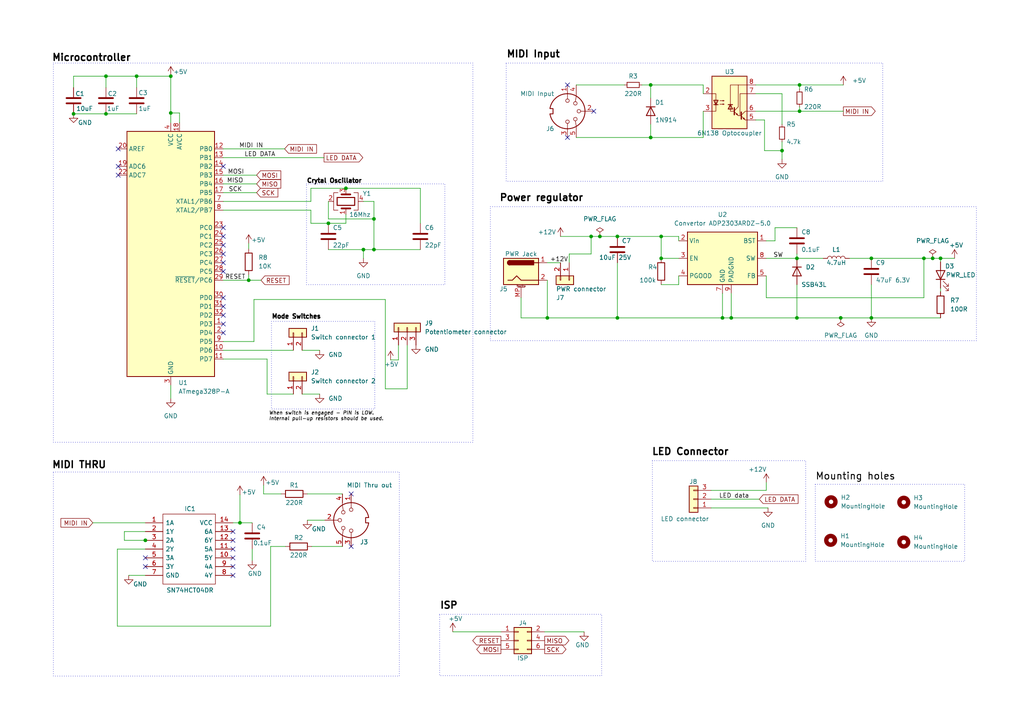
<source format=kicad_sch>
(kicad_sch (version 20230121) (generator eeschema)
  (paper "A4")
  (title_block (title "MIDI Visualiser") (date "2023-10-22") (rev "0.2") (comment 2 "Maksim Eremenko") (comment 3 "Vagarth Gaurav") (comment 4 "Authors:"))
  (lib_symbols
    (symbol "Connector:Barrel_Jack_MountingPin" (pin_names hide)
      (property "Reference" "J" (at 0 5.334 0))
      (property "Value" "Barrel_Jack_MountingPin" (at 1.27 -6.35 0))
      (symbol "Barrel_Jack_MountingPin_0_1"
        (rectangle (start -5.08 3.81) (end 5.08 -3.81) (stroke (width 0.254)) (fill (type background)))
        (arc (start -3.302 3.175) (mid -3.9343 2.54) (end -3.302 1.905) (stroke (width 0.254)))
        (arc (start -3.302 3.175) (mid -3.9343 2.54) (end -3.302 1.905) (stroke (width 0.254)) (fill (type outline)))
        (polyline (pts (xy 5.08 2.54) (xy 3.81 2.54)) (stroke (width 0.254)))
        (polyline (pts (xy -3.81 -2.54) (xy -2.54 -2.54) (xy -1.27 -1.27) (xy 0 -2.54) (xy 2.54 -2.54) (xy 5.08 -2.54)) (stroke (width 0.254)))
        (rectangle (start 3.683 3.175) (end -3.302 1.905) (stroke (width 0.254)) (fill (type outline)))
      )
      (symbol "Barrel_Jack_MountingPin_1_1"
        (polyline (pts (xy -1.016 -4.572) (xy 1.016 -4.572)) (stroke (width 0.1524)))
        (text "Mounting" (at 0 -4.191 0) (effects (font (size 0.381 0.381))))
        (pin passive line (at 7.62 2.54 180) (length 2.54) (name "~") (number "1"))
        (pin passive line (at 7.62 -2.54 180) (length 2.54) (name "~") (number "2"))
        (pin passive line (at 0 -7.62 90) (length 3.048) (name "MountPin") (number "MP"))
      )
    )
    (symbol "Connector:DIN-5_180degree" (pin_names (offset 1.016))
      (property "Reference" "J" (at 3.175 5.715 0))
      (property "Value" "DIN-5_180degree" (at 0 -6.35 0))
      (symbol "DIN-5_180degree_0_1"
        (arc (start -5.08 0) (mid -3.8609 -3.3364) (end -0.762 -5.08) (stroke (width 0.254)))
        (circle (center -3.048 0) (radius 0.508))
        (circle (center -2.286 2.286) (radius 0.508))
        (polyline (pts (xy -5.08 0) (xy -3.556 0)))
        (polyline (pts (xy 0 5.08) (xy 0 3.81)))
        (polyline (pts (xy 5.08 0) (xy 3.556 0)))
        (polyline (pts (xy -5.08 2.54) (xy -4.318 2.54) (xy -2.794 2.286)))
        (polyline (pts (xy 5.08 2.54) (xy 4.318 2.54) (xy 2.794 2.286)))
        (polyline (pts (xy -0.762 -4.953) (xy -0.762 -4.191) (xy 0.762 -4.191) (xy 0.762 -4.953)) (stroke (width 0.254)))
        (circle (center 0 3.302) (radius 0.508))
        (arc (start 0.762 -5.08) (mid 3.8685 -3.343) (end 5.08 0) (stroke (width 0.254)))
        (circle (center 2.286 2.286) (radius 0.508))
        (circle (center 3.048 0) (radius 0.508))
        (arc (start 5.08 0) (mid 0 5.0579) (end -5.08 0) (stroke (width 0.254)))
      )
      (symbol "DIN-5_180degree_1_1"
        (pin passive line (at -7.62 0 0) (length 2.54) (name "~") (number "1"))
        (pin passive line (at 0 7.62 270) (length 2.54) (name "~") (number "2"))
        (pin passive line (at 7.62 0 180) (length 2.54) (name "~") (number "3"))
        (pin passive line (at -7.62 2.54 0) (length 2.54) (name "~") (number "4"))
        (pin passive line (at 7.62 2.54 180) (length 2.54) (name "~") (number "5"))
      )
    )
    (symbol "Connector_Generic:Conn_01x02" (pin_names (offset 1.016) hide)
      (property "Reference" "J" (at 0 2.54 0))
      (property "Value" "Conn_01x02" (at 0 -5.08 0))
      (symbol "Conn_01x02_1_1"
        (rectangle (start -1.27 -2.413) (end 0 -2.667) (stroke (width 0.1524)))
        (rectangle (start -1.27 0.127) (end 0 -0.127) (stroke (width 0.1524)))
        (rectangle (start -1.27 1.27) (end 1.27 -3.81) (stroke (width 0.254)) (fill (type background)))
        (pin passive line (at -5.08 0 0) (length 3.81) (name "Pin_1") (number "1"))
        (pin passive line (at -5.08 -2.54 0) (length 3.81) (name "Pin_2") (number "2"))
      )
    )
    (symbol "Connector_Generic:Conn_01x03" (pin_names (offset 1.016) hide)
      (property "Reference" "J" (at 0 5.08 0))
      (property "Value" "Conn_01x03" (at 0 -5.08 0))
      (symbol "Conn_01x03_1_1"
        (rectangle (start -1.27 -2.413) (end 0 -2.667) (stroke (width 0.1524)))
        (rectangle (start -1.27 0.127) (end 0 -0.127) (stroke (width 0.1524)))
        (rectangle (start -1.27 2.667) (end 0 2.413) (stroke (width 0.1524)))
        (rectangle (start -1.27 3.81) (end 1.27 -3.81) (stroke (width 0.254)) (fill (type background)))
        (pin passive line (at -5.08 2.54 0) (length 3.81) (name "Pin_1") (number "1"))
        (pin passive line (at -5.08 0 0) (length 3.81) (name "Pin_2") (number "2"))
        (pin passive line (at -5.08 -2.54 0) (length 3.81) (name "Pin_3") (number "3"))
      )
    )
    (symbol "Connector_Generic:Conn_02x03_Odd_Even" (pin_names (offset 1.016) hide)
      (property "Reference" "J" (at 1.27 5.08 0))
      (property "Value" "Conn_02x03_Odd_Even" (at 1.27 -5.08 0))
      (symbol "Conn_02x03_Odd_Even_1_1"
        (rectangle (start -1.27 -2.413) (end 0 -2.667) (stroke (width 0.1524)))
        (rectangle (start -1.27 0.127) (end 0 -0.127) (stroke (width 0.1524)))
        (rectangle (start -1.27 2.667) (end 0 2.413) (stroke (width 0.1524)))
        (rectangle (start -1.27 3.81) (end 3.81 -3.81) (stroke (width 0.254)) (fill (type background)))
        (rectangle (start 3.81 -2.413) (end 2.54 -2.667) (stroke (width 0.1524)))
        (rectangle (start 3.81 0.127) (end 2.54 -0.127) (stroke (width 0.1524)))
        (rectangle (start 3.81 2.667) (end 2.54 2.413) (stroke (width 0.1524)))
        (pin passive line (at -5.08 2.54 0) (length 3.81) (name "Pin_1") (number "1"))
        (pin passive line (at 7.62 2.54 180) (length 3.81) (name "Pin_2") (number "2"))
        (pin passive line (at -5.08 0 0) (length 3.81) (name "Pin_3") (number "3"))
        (pin passive line (at 7.62 0 180) (length 3.81) (name "Pin_4") (number "4"))
        (pin passive line (at -5.08 -2.54 0) (length 3.81) (name "Pin_5") (number "5"))
        (pin passive line (at 7.62 -2.54 180) (length 3.81) (name "Pin_6") (number "6"))
      )
    )
    (symbol "Device:C" (pin_numbers hide) (pin_names (offset 0.254))
      (property "Reference" "C" (at 0.635 2.54 0))
      (property "Value" "C" (at 0.635 -2.54 0))
      (symbol "C_0_1"
        (polyline (pts (xy -2.032 -0.762) (xy 2.032 -0.762)) (stroke (width 0.508)))
        (polyline (pts (xy -2.032 0.762) (xy 2.032 0.762)) (stroke (width 0.508)))
      )
      (symbol "C_1_1"
        (pin passive line (at 0 3.81 270) (length 2.794) (name "~") (number "1"))
        (pin passive line (at 0 -3.81 90) (length 2.794) (name "~") (number "2"))
      )
    )
    (symbol "Device:Crystal_GND24" (pin_names (offset 1.016) hide)
      (property "Reference" "Y" (at 3.175 5.08 0))
      (property "Value" "Crystal_GND24" (at 3.175 3.175 0))
      (symbol "Crystal_GND24_0_1"
        (rectangle (start -1.143 2.54) (end 1.143 -2.54) (stroke (width 0.3048)))
        (polyline (pts (xy -2.54 0) (xy -2.032 0)))
        (polyline (pts (xy -2.032 -1.27) (xy -2.032 1.27)) (stroke (width 0.508)))
        (polyline (pts (xy 0 -3.81) (xy 0 -3.556)))
        (polyline (pts (xy 0 3.556) (xy 0 3.81)))
        (polyline (pts (xy 2.032 -1.27) (xy 2.032 1.27)) (stroke (width 0.508)))
        (polyline (pts (xy 2.032 0) (xy 2.54 0)))
        (polyline (pts (xy -2.54 -2.286) (xy -2.54 -3.556) (xy 2.54 -3.556) (xy 2.54 -2.286)))
        (polyline (pts (xy -2.54 2.286) (xy -2.54 3.556) (xy 2.54 3.556) (xy 2.54 2.286)))
      )
      (symbol "Crystal_GND24_1_1"
        (pin passive line (at -3.81 0 0) (length 1.27) (name "1") (number "1"))
        (pin passive line (at 0 5.08 270) (length 1.27) (name "2") (number "2"))
        (pin passive line (at 3.81 0 180) (length 1.27) (name "3") (number "3"))
        (pin passive line (at 0 -5.08 90) (length 1.27) (name "4") (number "4"))
      )
    )
    (symbol "Device:D" (pin_numbers hide) (pin_names (offset 1.016) hide)
      (property "Reference" "D" (at 0 2.54 0))
      (property "Value" "D" (at 0 -2.54 0))
      (symbol "D_0_1"
        (polyline (pts (xy -1.27 1.27) (xy -1.27 -1.27)) (stroke (width 0.254)))
        (polyline (pts (xy 1.27 0) (xy -1.27 0)))
        (polyline (pts (xy 1.27 1.27) (xy 1.27 -1.27) (xy -1.27 0) (xy 1.27 1.27)) (stroke (width 0.254)))
      )
      (symbol "D_1_1"
        (pin passive line (at -3.81 0 0) (length 2.54) (name "K") (number "1"))
        (pin passive line (at 3.81 0 180) (length 2.54) (name "A") (number "2"))
      )
    )
    (symbol "Device:L" (pin_numbers hide) (pin_names (offset 1.016) hide)
      (property "Reference" "L" (at -1.27 0 90))
      (property "Value" "L" (at 1.905 0 90))
      (symbol "L_0_1"
        (arc (start 0 -2.54) (mid 0.6323 -1.905) (end 0 -1.27))
        (arc (start 0 -1.27) (mid 0.6323 -0.635) (end 0 0))
        (arc (start 0 0) (mid 0.6323 0.635) (end 0 1.27))
        (arc (start 0 1.27) (mid 0.6323 1.905) (end 0 2.54))
      )
      (symbol "L_1_1"
        (pin passive line (at 0 3.81 270) (length 1.27) (name "1") (number "1"))
        (pin passive line (at 0 -3.81 90) (length 1.27) (name "2") (number "2"))
      )
    )
    (symbol "Device:LED" (pin_numbers hide) (pin_names (offset 1.016) hide)
      (property "Reference" "D" (at 0 2.54 0))
      (property "Value" "LED" (at 0 -2.54 0))
      (symbol "LED_0_1"
        (polyline (pts (xy -1.27 -1.27) (xy -1.27 1.27)) (stroke (width 0.254)))
        (polyline (pts (xy -1.27 0) (xy 1.27 0)))
        (polyline (pts (xy 1.27 -1.27) (xy 1.27 1.27) (xy -1.27 0) (xy 1.27 -1.27)) (stroke (width 0.254)))
        (polyline (pts (xy -3.048 -0.762) (xy -4.572 -2.286) (xy -3.81 -2.286) (xy -4.572 -2.286) (xy -4.572 -1.524)))
        (polyline (pts (xy -1.778 -0.762) (xy -3.302 -2.286) (xy -2.54 -2.286) (xy -3.302 -2.286) (xy -3.302 -1.524)))
      )
      (symbol "LED_1_1"
        (pin passive line (at -3.81 0 0) (length 2.54) (name "K") (number "1"))
        (pin passive line (at 3.81 0 180) (length 2.54) (name "A") (number "2"))
      )
    )
    (symbol "Device:R" (pin_numbers hide) (pin_names (offset 0))
      (property "Reference" "R" (at 2.032 0 90))
      (property "Value" "R" (at 0 0 90))
      (symbol "R_0_1"
        (rectangle (start -1.016 -2.54) (end 1.016 2.54) (stroke (width 0.254)))
      )
      (symbol "R_1_1"
        (pin passive line (at 0 3.81 270) (length 1.27) (name "~") (number "1"))
        (pin passive line (at 0 -3.81 90) (length 1.27) (name "~") (number "2"))
      )
    )
    (symbol "Device:R_Small" (pin_numbers hide) (pin_names (offset 0.254) hide)
      (property "Reference" "R" (at 0.762 0.508 0))
      (property "Value" "R_Small" (at 0.762 -1.016 0))
      (symbol "R_Small_0_1"
        (rectangle (start -0.762 1.778) (end 0.762 -1.778) (stroke (width 0.2032)))
      )
      (symbol "R_Small_1_1"
        (pin passive line (at 0 2.54 270) (length 0.762) (name "~") (number "1"))
        (pin passive line (at 0 -2.54 90) (length 0.762) (name "~") (number "2"))
      )
    )
    (symbol "Diode:1N914" (pin_numbers hide) (pin_names hide)
      (property "Reference" "D" (at 0 2.54 0))
      (property "Value" "1N914" (at 0 -2.54 0))
      (symbol "1N914_0_1"
        (polyline (pts (xy -1.27 1.27) (xy -1.27 -1.27)) (stroke (width 0.254)))
        (polyline (pts (xy 1.27 0) (xy -1.27 0)))
        (polyline (pts (xy 1.27 1.27) (xy 1.27 -1.27) (xy -1.27 0) (xy 1.27 1.27)) (stroke (width 0.254)))
      )
      (symbol "1N914_1_1"
        (pin passive line (at -3.81 0 0) (length 2.54) (name "K") (number "1"))
        (pin passive line (at 3.81 0 180) (length 2.54) (name "A") (number "2"))
      )
    )
    (symbol "Isolator:6N138" (pin_names (offset 1.016) hide)
      (property "Reference" "U" (at -4.064 8.89 0))
      (property "Value" "6N138" (at 2.286 8.89 0))
      (symbol "6N138_0_1"
        (rectangle (start -5.08 7.62) (end 5.08 -7.62) (stroke (width 0.254)) (fill (type background)))
        (polyline (pts (xy -4.572 -0.635) (xy -3.302 -0.635)) (stroke (width 0.254)))
        (polyline (pts (xy 0.889 -0.635) (xy -0.381 -0.635)) (stroke (width 0.254)))
        (polyline (pts (xy 1.397 -2.667) (xy 2.54 -3.81)))
        (polyline (pts (xy 1.397 -2.413) (xy 2.54 -1.27)))
        (polyline (pts (xy 2.54 -3.81) (xy 3.175 -3.81)))
        (polyline (pts (xy 3.429 -3.937) (xy 4.572 -5.08)))
        (polyline (pts (xy 3.429 -3.683) (xy 4.572 -2.54)))
        (polyline (pts (xy 4.572 -5.08) (xy 5.08 -5.08)))
        (polyline (pts (xy 4.572 -2.54) (xy 5.08 -2.54)))
        (polyline (pts (xy 1.397 -1.524) (xy 1.397 -3.556) (xy 1.397 -3.556)) (stroke (width 0.3556)))
        (polyline (pts (xy 2.54 -1.27) (xy 2.54 5.08) (xy 5.08 5.08)))
        (polyline (pts (xy 3.429 -2.794) (xy 3.429 -4.826) (xy 3.429 -4.826)) (stroke (width 0.3556)))
        (polyline (pts (xy 5.08 2.54) (xy 3.048 2.54) (xy 3.048 -3.81)))
        (polyline (pts (xy -5.08 -2.54) (xy -3.937 -2.54) (xy -3.937 2.54) (xy -5.08 2.54)))
        (polyline (pts (xy -3.937 -0.635) (xy -4.572 0.635) (xy -3.302 0.635) (xy -3.937 -0.635)) (stroke (width 0.254)))
        (polyline (pts (xy 0.254 -0.635) (xy 0.889 -1.905) (xy -0.381 -1.905) (xy 0.254 -0.635)) (stroke (width 0.254)))
        (polyline (pts (xy 1.27 -2.54) (xy 0.254 -2.54) (xy 0.254 5.08) (xy 2.54 5.08)))
        (polyline (pts (xy 2.413 -3.683) (xy 2.159 -3.175) (xy 1.905 -3.429) (xy 2.413 -3.683)))
        (polyline (pts (xy 4.445 -4.953) (xy 4.191 -4.445) (xy 3.937 -4.699) (xy 4.445 -4.953)))
        (polyline (pts (xy -2.794 -0.508) (xy -1.524 -0.508) (xy -1.905 -0.635) (xy -1.905 -0.381) (xy -1.524 -0.508)))
        (polyline (pts (xy -2.794 0.508) (xy -1.524 0.508) (xy -1.905 0.381) (xy -1.905 0.635) (xy -1.524 0.508)))
      )
      (symbol "6N138_1_1"
        (pin no_connect line (at -5.08 5.08 0) (length 2.54) hide (name "NC") (number "1"))
        (pin passive line (at -7.62 2.54 0) (length 2.54) (name "C1") (number "2"))
        (pin passive line (at -7.62 -2.54 0) (length 2.54) (name "C2") (number "3"))
        (pin no_connect line (at -5.08 -5.08 0) (length 2.54) hide (name "NC") (number "4"))
        (pin passive line (at 7.62 -5.08 180) (length 2.54) (name "GND") (number "5"))
        (pin passive line (at 7.62 -2.54 180) (length 2.54) (name "VO2") (number "6"))
        (pin passive line (at 7.62 2.54 180) (length 2.54) (name "VO1") (number "7"))
        (pin passive line (at 7.62 5.08 180) (length 2.54) (name "VCC") (number "8"))
      )
    )
    (symbol "MCU_Microchip_ATmega:ATmega328P-A"
      (property "Reference" "U" (at -12.7 36.83 0))
      (property "Value" "ATmega328P-A" (at 2.54 -36.83 0))
      (symbol "ATmega328P-A_0_1"
        (rectangle (start -12.7 -35.56) (end 12.7 35.56) (stroke (width 0.254)) (fill (type background)))
      )
      (symbol "ATmega328P-A_1_1"
        (pin bidirectional line (at 15.24 -20.32 180) (length 2.54) (name "PD3") (number "1"))
        (pin bidirectional line (at 15.24 -27.94 180) (length 2.54) (name "PD6") (number "10"))
        (pin bidirectional line (at 15.24 -30.48 180) (length 2.54) (name "PD7") (number "11"))
        (pin bidirectional line (at 15.24 30.48 180) (length 2.54) (name "PB0") (number "12"))
        (pin bidirectional line (at 15.24 27.94 180) (length 2.54) (name "PB1") (number "13"))
        (pin bidirectional line (at 15.24 25.4 180) (length 2.54) (name "PB2") (number "14"))
        (pin bidirectional line (at 15.24 22.86 180) (length 2.54) (name "PB3") (number "15"))
        (pin bidirectional line (at 15.24 20.32 180) (length 2.54) (name "PB4") (number "16"))
        (pin bidirectional line (at 15.24 17.78 180) (length 2.54) (name "PB5") (number "17"))
        (pin power_in line (at 2.54 38.1 270) (length 2.54) (name "AVCC") (number "18"))
        (pin input line (at -15.24 25.4 0) (length 2.54) (name "ADC6") (number "19"))
        (pin bidirectional line (at 15.24 -22.86 180) (length 2.54) (name "PD4") (number "2"))
        (pin passive line (at -15.24 30.48 0) (length 2.54) (name "AREF") (number "20"))
        (pin passive line (at 0 -38.1 90) (length 2.54) hide (name "GND") (number "21"))
        (pin input line (at -15.24 22.86 0) (length 2.54) (name "ADC7") (number "22"))
        (pin bidirectional line (at 15.24 7.62 180) (length 2.54) (name "PC0") (number "23"))
        (pin bidirectional line (at 15.24 5.08 180) (length 2.54) (name "PC1") (number "24"))
        (pin bidirectional line (at 15.24 2.54 180) (length 2.54) (name "PC2") (number "25"))
        (pin bidirectional line (at 15.24 0 180) (length 2.54) (name "PC3") (number "26"))
        (pin bidirectional line (at 15.24 -2.54 180) (length 2.54) (name "PC4") (number "27"))
        (pin bidirectional line (at 15.24 -5.08 180) (length 2.54) (name "PC5") (number "28"))
        (pin bidirectional line (at 15.24 -7.62 180) (length 2.54) (name "~{RESET}/PC6") (number "29"))
        (pin power_in line (at 0 -38.1 90) (length 2.54) (name "GND") (number "3"))
        (pin bidirectional line (at 15.24 -12.7 180) (length 2.54) (name "PD0") (number "30"))
        (pin bidirectional line (at 15.24 -15.24 180) (length 2.54) (name "PD1") (number "31"))
        (pin bidirectional line (at 15.24 -17.78 180) (length 2.54) (name "PD2") (number "32"))
        (pin power_in line (at 0 38.1 270) (length 2.54) (name "VCC") (number "4"))
        (pin passive line (at 0 -38.1 90) (length 2.54) hide (name "GND") (number "5"))
        (pin passive line (at 0 38.1 270) (length 2.54) hide (name "VCC") (number "6"))
        (pin bidirectional line (at 15.24 15.24 180) (length 2.54) (name "XTAL1/PB6") (number "7"))
        (pin bidirectional line (at 15.24 12.7 180) (length 2.54) (name "XTAL2/PB7") (number "8"))
        (pin bidirectional line (at 15.24 -25.4 180) (length 2.54) (name "PD5") (number "9"))
      )
    )
    (symbol "Mechanical:MountingHole" (pin_names (offset 1.016))
      (property "Reference" "H" (at 0 5.08 0))
      (property "Value" "MountingHole" (at 0 3.175 0))
      (symbol "MountingHole_0_1"
        (circle (center 0 0) (radius 1.27) (stroke (width 1.27)))
      )
    )
    (symbol "Regulator_Switching:ADP2303ARDZ-5.0"
      (property "Reference" "U" (at -10.16 8.89 0))
      (property "Value" "ADP2303ARDZ-5.0" (at -3.81 8.89 0))
      (symbol "ADP2303ARDZ-5.0_0_1"
        (rectangle (start -10.16 7.62) (end 10.16 -7.62) (stroke (width 0.254)) (fill (type background)))
      )
      (symbol "ADP2303ARDZ-5.0_1_1"
        (pin input line (at 12.7 5.08 180) (length 2.54) (name "BST") (number "1"))
        (pin power_in line (at -12.7 5.08 0) (length 2.54) (name "Vin") (number "2"))
        (pin input line (at -12.7 0 0) (length 2.54) (name "EN") (number "3"))
        (pin output line (at -12.7 -5.08 0) (length 2.54) (name "PGOOD") (number "4"))
        (pin input line (at 12.7 -5.08 180) (length 2.54) (name "FB") (number "5"))
        (pin no_connect line (at -10.16 2.54 0) (length 2.54) hide (name "NC") (number "6"))
        (pin power_in line (at 0 -10.16 90) (length 2.54) (name "GND") (number "7"))
        (pin power_out line (at 12.7 0 180) (length 2.54) (name "SW") (number "8"))
        (pin power_in line (at 2.54 -10.16 90) (length 2.54) (name "PADGND") (number "9"))
      )
    )
    (symbol "SN74HCT04DR:SN74HCT04DR" (pin_names (offset 0.762))
      (property "Reference" "IC" (at 21.59 7.62 0))
      (property "Value" "SN74HCT04DR" (at 21.59 5.08 0))
      (symbol "SN74HCT04DR_0_0"
        (pin passive line (at 0 0 0) (length 5.08) (name "1A") (number "1"))
        (pin passive line (at 25.4 -10.16 180) (length 5.08) (name "5Y") (number "10"))
        (pin passive line (at 25.4 -7.62 180) (length 5.08) (name "5A") (number "11"))
        (pin passive line (at 25.4 -5.08 180) (length 5.08) (name "6Y") (number "12"))
        (pin passive line (at 25.4 -2.54 180) (length 5.08) (name "6A") (number "13"))
        (pin passive line (at 25.4 0 180) (length 5.08) (name "VCC") (number "14"))
        (pin passive line (at 0 -2.54 0) (length 5.08) (name "1Y") (number "2"))
        (pin passive line (at 0 -5.08 0) (length 5.08) (name "2A") (number "3"))
        (pin passive line (at 0 -7.62 0) (length 5.08) (name "2Y") (number "4"))
        (pin passive line (at 0 -10.16 0) (length 5.08) (name "3A") (number "5"))
        (pin passive line (at 0 -12.7 0) (length 5.08) (name "3Y") (number "6"))
        (pin passive line (at 0 -15.24 0) (length 5.08) (name "GND") (number "7"))
        (pin passive line (at 25.4 -15.24 180) (length 5.08) (name "4Y") (number "8"))
        (pin passive line (at 25.4 -12.7 180) (length 5.08) (name "4A") (number "9"))
      )
      (symbol "SN74HCT04DR_0_1"
        (polyline (pts (xy 5.08 2.54) (xy 20.32 2.54) (xy 20.32 -17.78) (xy 5.08 -17.78) (xy 5.08 2.54)) (stroke (width 0.1524)))
      )
    )
    (symbol "power:+12V" (power) (pin_names (offset 0))
      (property "Value" "+12V" (at 0 3.556 0))
      (symbol "+12V_0_1"
        (polyline (pts (xy -0.762 1.27) (xy 0 2.54)))
        (polyline (pts (xy 0 0) (xy 0 2.54)))
        (polyline (pts (xy 0 2.54) (xy 0.762 1.27)))
      )
      (symbol "+12V_1_1"
        (pin power_in line (at 0 0 90) (length 0) hide (name "+12V") (number "1"))
      )
    )
    (symbol "power:+5V" (power) (pin_names (offset 0))
      (property "Value" "+5V" (at 0 3.556 0))
      (symbol "+5V_0_1"
        (polyline (pts (xy -0.762 1.27) (xy 0 2.54)))
        (polyline (pts (xy 0 0) (xy 0 2.54)))
        (polyline (pts (xy 0 2.54) (xy 0.762 1.27)))
      )
      (symbol "+5V_1_1"
        (pin power_in line (at 0 0 90) (length 0) hide (name "+5V") (number "1"))
      )
    )
    (symbol "power:GND" (power) (pin_names (offset 0))
      (property "Value" "GND" (at 0 -3.81 0))
      (symbol "GND_0_1"
        (polyline (pts (xy 0 0) (xy 0 -1.27) (xy 1.27 -1.27) (xy 0 -2.54) (xy -1.27 -1.27) (xy 0 -1.27)))
      )
      (symbol "GND_1_1"
        (pin power_in line (at 0 0 270) (length 0) hide (name "GND") (number "1"))
      )
    )
    (symbol "power:PWR_FLAG" (power) (pin_numbers hide) (pin_names (offset 0) hide)
      (property "Value" "PWR_FLAG" (at 0 3.81 0))
      (symbol "PWR_FLAG_0_0"
        (pin power_out line (at 0 0 90) (length 0) (name "pwr") (number "1"))
      )
      (symbol "PWR_FLAG_0_1"
        (polyline (pts (xy 0 0) (xy 0 1.27) (xy -1.016 1.905) (xy 0 2.54) (xy 1.016 1.905) (xy 0 1.27)))
      )
    )
  )
  (junction (at 100.33 54.61))
  (junction (at 42.164 156.718))
  (junction (at 226.822 43.688))
  (junction (at 231.902 32.258))
  (junction (at 158.75 92.202))
  (junction (at 179.07 68.58))
  (junction (at 49.53 22.098))
  (junction (at 39.624 22.098))
  (junction (at 252.73 92.202))
  (junction (at 188.722 39.878))
  (junction (at 108.458 72.39))
  (junction (at 191.77 74.93))
  (junction (at 173.99 68.58))
  (junction (at 209.55 92.202))
  (junction (at 252.73 74.93))
  (junction (at 270.51 74.93))
  (junction (at 108.458 63.5))
  (junction (at 95.25 64.77))
  (junction (at 231.14 92.202))
  (junction (at 49.53 32.766))
  (junction (at 72.136 81.28))
  (junction (at 105.41 72.39))
  (junction (at 179.07 92.202))
  (junction (at 231.902 24.638))
  (junction (at 243.84 92.202))
  (junction (at 21.336 33.02))
  (junction (at 231.14 74.93))
  (junction (at 212.09 92.202))
  (junction (at 267.97 74.93))
  (junction (at 272.796 74.93))
  (junction (at 30.734 22.098))
  (junction (at 171.45 68.58))
  (junction (at 188.722 24.638))
  (junction (at 30.734 33.02))
  (junction (at 69.596 151.638))
  (junction (at 191.77 68.58))
  (no_connect (at 64.77 86.36))
  (no_connect (at 64.77 76.2))
  (no_connect (at 34.29 43.18))
  (no_connect (at 42.164 161.798))
  (no_connect (at 64.77 66.04))
  (no_connect (at 67.564 164.338))
  (no_connect (at 101.854 158.496))
  (no_connect (at 64.77 78.74))
  (no_connect (at 101.854 143.256))
  (no_connect (at 42.164 164.338))
  (no_connect (at 64.77 91.44))
  (no_connect (at 34.29 50.8))
  (no_connect (at 172.212 32.258))
  (no_connect (at 164.592 24.638))
  (no_connect (at 67.564 154.178))
  (no_connect (at 34.29 48.26))
  (no_connect (at 64.77 93.98))
  (no_connect (at 64.77 88.9))
  (no_connect (at 64.77 96.52))
  (no_connect (at 67.564 156.718))
  (no_connect (at 67.564 161.798))
  (no_connect (at 64.77 73.66))
  (no_connect (at 67.564 159.258))
  (no_connect (at 164.592 39.878))
  (no_connect (at 64.77 68.58))
  (no_connect (at 64.77 71.12))
  (no_connect (at 67.564 166.878))
  (no_connect (at 64.77 48.26))
  (wire (pts (xy 72.136 70.612) (xy 72.136 72.136)))
  (wire (pts (xy 272.796 83.566) (xy 272.796 84.582)))
  (wire (pts (xy 78.486 181.61) (xy 78.486 158.496)))
  (wire (pts (xy 188.722 36.068) (xy 188.722 39.878)))
  (wire (pts (xy 105.41 58.42) (xy 108.458 58.42)))
  (wire (pts (xy 76.454 143.256) (xy 76.454 140.716)))
  (wire (pts (xy 221.742 43.688) (xy 226.822 43.688)))
  (wire (pts (xy 90.17 60.96) (xy 64.77 60.96)))
  (wire (pts (xy 165.1 76.2) (xy 165.1 73.66)))
  (wire (pts (xy 222.25 142.24) (xy 222.25 139.954)))
  (wire (pts (xy 39.624 22.098) (xy 49.53 22.098)))
  (wire (pts (xy 203.962 39.878) (xy 203.962 32.258)))
  (wire (pts (xy 267.97 74.93) (xy 267.97 86.36)))
  (wire (pts (xy 231.902 32.258) (xy 244.602 32.258)))
  (wire (pts (xy 231.902 30.988) (xy 231.902 32.258)))
  (wire (pts (xy 188.722 24.638) (xy 203.962 24.638)))
  (wire (pts (xy 209.55 92.202) (xy 212.09 92.202)))
  (wire (pts (xy 191.77 68.58) (xy 196.85 68.58)))
  (wire (pts (xy 222.25 69.85) (xy 224.79 69.85)))
  (wire (pts (xy 21.336 33.02) (xy 30.734 33.02)))
  (wire (pts (xy 77.47 114.3) (xy 85.09 114.3)))
  (wire (pts (xy 21.336 25.4) (xy 21.336 22.098)))
  (wire (pts (xy 73.66 86.868) (xy 111.76 86.868)))
  (wire (pts (xy 90.17 64.77) (xy 90.17 60.96)))
  (wire (pts (xy 73.66 99.06) (xy 73.66 86.868)))
  (wire (pts (xy 231.902 24.638) (xy 231.902 25.908)))
  (wire (pts (xy 30.734 22.098) (xy 30.734 25.4)))
  (wire (pts (xy 226.822 43.688) (xy 226.822 46.228)))
  (wire (pts (xy 77.47 114.3) (xy 77.47 104.14)))
  (wire (pts (xy 151.13 92.202) (xy 158.75 92.202)))
  (wire (pts (xy 158.75 92.202) (xy 179.07 92.202)))
  (wire (pts (xy 30.734 22.098) (xy 39.624 22.098)))
  (wire (pts (xy 196.85 68.58) (xy 196.85 69.85)))
  (wire (pts (xy 105.41 72.39) (xy 108.458 72.39)))
  (wire (pts (xy 252.73 74.93) (xy 267.97 74.93)))
  (wire (pts (xy 267.97 74.93) (xy 270.51 74.93)))
  (wire (pts (xy 39.624 22.098) (xy 39.624 25.4)))
  (wire (pts (xy 162.56 68.58) (xy 171.45 68.58)))
  (wire (pts (xy 67.564 151.638) (xy 69.596 151.638)))
  (wire (pts (xy 222.25 80.01) (xy 222.25 86.36)))
  (wire (pts (xy 171.45 68.58) (xy 173.99 68.58)))
  (wire (pts (xy 89.154 143.256) (xy 99.314 143.256)))
  (wire (pts (xy 64.77 45.72) (xy 93.98 45.72)))
  (wire (pts (xy 42.164 159.258) (xy 34.036 159.258)))
  (wire (pts (xy 49.53 32.766) (xy 49.53 35.56)))
  (wire (pts (xy 179.07 76.2) (xy 179.07 92.202)))
  (wire (pts (xy 121.92 54.61) (xy 121.92 64.77)))
  (wire (pts (xy 113.284 104.394) (xy 115.57 104.394)))
  (wire (pts (xy 252.73 92.202) (xy 243.84 92.202)))
  (wire (pts (xy 219.202 34.798) (xy 221.742 34.798)))
  (wire (pts (xy 231.14 92.202) (xy 212.09 92.202)))
  (wire (pts (xy 100.33 54.61) (xy 121.92 54.61)))
  (wire (pts (xy 224.79 66.04) (xy 231.14 66.04)))
  (wire (pts (xy 231.14 82.55) (xy 231.14 92.202)))
  (wire (pts (xy 203.962 24.638) (xy 203.962 27.178)))
  (wire (pts (xy 179.07 92.202) (xy 209.55 92.202)))
  (wire (pts (xy 34.036 159.258) (xy 34.036 181.61)))
  (wire (pts (xy 272.796 74.93) (xy 272.796 75.946)))
  (wire (pts (xy 167.132 39.878) (xy 188.722 39.878)))
  (wire (pts (xy 272.796 92.202) (xy 252.73 92.202)))
  (wire (pts (xy 34.036 181.61) (xy 78.486 181.61)))
  (wire (pts (xy 226.822 27.178) (xy 226.822 36.068)))
  (wire (pts (xy 167.132 24.638) (xy 181.102 24.638)))
  (wire (pts (xy 219.202 24.638) (xy 231.902 24.638)))
  (wire (pts (xy 64.77 104.14) (xy 77.47 104.14)))
  (wire (pts (xy 69.596 151.638) (xy 73.152 151.638)))
  (wire (pts (xy 105.41 72.39) (xy 105.41 74.93)))
  (wire (pts (xy 37.338 166.878) (xy 42.164 166.878)))
  (wire (pts (xy 188.722 24.638) (xy 188.722 28.448)))
  (wire (pts (xy 108.458 63.5) (xy 108.458 72.39)))
  (wire (pts (xy 95.25 63.5) (xy 108.458 63.5)))
  (wire (pts (xy 224.79 69.85) (xy 224.79 66.04)))
  (wire (pts (xy 219.202 32.258) (xy 231.902 32.258)))
  (wire (pts (xy 158.75 81.28) (xy 158.75 92.202)))
  (wire (pts (xy 158.75 76.2) (xy 162.56 76.2)))
  (wire (pts (xy 87.63 114.3) (xy 92.71 114.3)))
  (wire (pts (xy 74.422 55.88) (xy 64.77 55.88)))
  (wire (pts (xy 226.822 41.148) (xy 226.822 43.688)))
  (wire (pts (xy 206.248 144.78) (xy 220.218 144.78)))
  (wire (pts (xy 108.458 58.42) (xy 108.458 63.5)))
  (wire (pts (xy 95.25 64.77) (xy 90.17 64.77)))
  (wire (pts (xy 69.596 143.51) (xy 69.596 151.638)))
  (wire (pts (xy 49.53 111.76) (xy 49.53 115.57)))
  (wire (pts (xy 74.422 53.34) (xy 64.77 53.34)))
  (wire (pts (xy 270.51 74.93) (xy 272.796 74.93)))
  (wire (pts (xy 196.85 82.55) (xy 191.77 82.55)))
  (wire (pts (xy 95.25 58.42) (xy 95.25 63.5)))
  (wire (pts (xy 118.11 112.776) (xy 118.11 100.076)))
  (wire (pts (xy 75.692 81.28) (xy 72.136 81.28)))
  (wire (pts (xy 64.77 101.6) (xy 85.09 101.6)))
  (wire (pts (xy 64.77 43.18) (xy 82.55 43.18)))
  (wire (pts (xy 87.63 101.6) (xy 92.71 101.6)))
  (wire (pts (xy 21.336 22.098) (xy 30.734 22.098)))
  (wire (pts (xy 81.534 143.256) (xy 76.454 143.256)))
  (wire (pts (xy 206.248 142.24) (xy 222.25 142.24)))
  (wire (pts (xy 90.424 158.496) (xy 99.314 158.496)))
  (wire (pts (xy 191.77 74.93) (xy 191.77 68.58)))
  (wire (pts (xy 111.76 86.868) (xy 111.76 112.776)))
  (wire (pts (xy 42.164 154.178) (xy 36.068 154.178)))
  (wire (pts (xy 222.25 86.36) (xy 267.97 86.36)))
  (wire (pts (xy 89.154 150.876) (xy 94.234 150.876)))
  (wire (pts (xy 64.77 99.06) (xy 73.66 99.06)))
  (wire (pts (xy 49.53 21.844) (xy 49.53 22.098)))
  (wire (pts (xy 252.73 82.55) (xy 252.73 92.202)))
  (wire (pts (xy 151.13 86.36) (xy 151.13 92.202)))
  (wire (pts (xy 206.248 147.32) (xy 222.758 147.32)))
  (wire (pts (xy 173.99 68.58) (xy 179.07 68.58)))
  (wire (pts (xy 209.55 85.09) (xy 209.55 92.202)))
  (wire (pts (xy 186.182 24.638) (xy 188.722 24.638)))
  (wire (pts (xy 73.152 159.258) (xy 73.152 162.56)))
  (wire (pts (xy 49.53 22.098) (xy 49.53 32.766)))
  (wire (pts (xy 222.25 74.93) (xy 231.14 74.93)))
  (wire (pts (xy 72.136 81.28) (xy 64.77 81.28)))
  (wire (pts (xy 30.734 33.02) (xy 39.624 33.02)))
  (wire (pts (xy 212.09 85.09) (xy 212.09 92.202)))
  (wire (pts (xy 74.422 50.8) (xy 64.77 50.8)))
  (wire (pts (xy 196.85 80.01) (xy 196.85 82.55)))
  (wire (pts (xy 165.1 73.66) (xy 171.45 73.66)))
  (wire (pts (xy 243.84 92.202) (xy 231.14 92.202)))
  (wire (pts (xy 171.45 68.58) (xy 171.45 73.66)))
  (wire (pts (xy 219.202 27.178) (xy 226.822 27.178)))
  (wire (pts (xy 78.486 158.496) (xy 82.804 158.496)))
  (wire (pts (xy 52.07 35.56) (xy 52.07 32.766)))
  (wire (pts (xy 64.77 58.42) (xy 90.17 58.42)))
  (wire (pts (xy 221.742 34.798) (xy 221.742 43.688)))
  (wire (pts (xy 231.902 24.638) (xy 244.602 24.638)))
  (wire (pts (xy 95.25 72.39) (xy 105.41 72.39)))
  (wire (pts (xy 111.76 112.776) (xy 118.11 112.776)))
  (wire (pts (xy 108.458 72.39) (xy 121.92 72.39)))
  (wire (pts (xy 179.07 68.58) (xy 191.77 68.58)))
  (wire (pts (xy 52.07 32.766) (xy 49.53 32.766)))
  (wire (pts (xy 246.38 74.93) (xy 252.73 74.93)))
  (wire (pts (xy 231.14 74.93) (xy 238.76 74.93)))
  (wire (pts (xy 36.068 156.718) (xy 42.164 156.718)))
  (wire (pts (xy 36.068 154.178) (xy 36.068 156.718)))
  (wire (pts (xy 100.33 62.23) (xy 100.33 64.77)))
  (wire (pts (xy 42.164 156.718) (xy 42.418 156.718)))
  (wire (pts (xy 90.17 54.61) (xy 100.33 54.61)))
  (wire (pts (xy 196.85 74.93) (xy 191.77 74.93)))
  (wire (pts (xy 188.722 39.878) (xy 203.962 39.878)))
  (wire (pts (xy 26.924 151.638) (xy 42.164 151.638)))
  (wire (pts (xy 272.796 74.93) (xy 276.86 74.93)))
  (wire (pts (xy 115.57 100.076) (xy 115.57 104.394)))
  (wire (pts (xy 131.318 183.261) (xy 145.288 183.261)))
  (wire (pts (xy 90.17 58.42) (xy 90.17 54.61)))
  (wire (pts (xy 72.136 79.756) (xy 72.136 81.28)))
  (wire (pts (xy 231.14 74.93) (xy 231.14 73.66)))
  (wire (pts (xy 157.988 183.261) (xy 169.418 183.261)))
  (wire (pts (xy 100.33 64.77) (xy 95.25 64.77)))
  (rectangle (start 15.494 18.288) (end 137.16 128.27) (stroke (width 0) (type dot)))
  (rectangle (start 88.9 53.34) (end 129.032 82.55) (stroke (width 0) (type dot)))
  (rectangle (start 146.812 18.288) (end 256.032 52.578) (stroke (width 0) (type dot)))
  (rectangle (start 78.74 93.218) (end 108.712 118.618) (stroke (width 0) (type dot)))
  (rectangle (start 142.24 59.944) (end 283.21 98.806) (stroke (width 0) (type dot)))
  (rectangle (start 15.494 136.906) (end 115.824 196.088) (stroke (width 0) (type dot)))
  (rectangle (start 189.23 133.604) (end 233.68 162.814) (stroke (width 0) (type dot)))
  (rectangle (start 127.508 178.181) (end 174.498 195.961) (stroke (width 0) (type dot)))
  (rectangle (start 236.474 140.462) (end 279.781 162.814) (stroke (width 0) (type dot)))
  (text "MIDI THRU" (at 14.986 136.144 0) (effects (font (size 2 2) (thickness 0.4) bold) (justify left bottom)))
  (text "Microcontroller" (at 14.986 18.034 0) (effects (font (size 2 2) (thickness 0.4) bold) (justify left bottom)))
  (text "Mounting holes" (at 236.474 139.446 0) (effects (font (size 2 2) (thickness 0.254) bold) (justify left bottom)))
  (text "Mode Switches" (at 78.74 92.71 0) (effects (font (size 1.27 1.27) (thickness 0.4) bold) (justify left bottom)))
  (text "MIDI Input\n" (at 146.812 17.018 0) (effects (font (size 2 2) (thickness 0.4) bold) (justify left bottom)))
  (text "Crytal Oscillator" (at 88.9 53.34 0) (effects (font (size 1.27 1.27) (thickness 0.4) bold) (justify left bottom)))
  (text "LED Connector" (at 188.976 132.334 0) (effects (font (size 2 2) (thickness 0.4) bold) (justify left bottom)))
  (text "When switch is engaged - PIN is LOW. \nInternal pull-up resistors should be used." (at 77.978 122.174 0) (effects (font (size 1.016 1.016) italic) (justify left bottom)))
  (text "Power regulator" (at 144.78 58.674 0) (effects (font (size 2 2) (thickness 0.4) bold) (justify left bottom)))
  (text "ISP\n" (at 127.508 176.911 0) (effects (font (size 2 2) (thickness 0.4) bold) (justify left bottom)))
  (label "MISO" (at 65.786 53.34 0))
  (label "RESET" (at 65.278 81.28 0))
  (label "+12V" (at 159.512 76.2 0))
  (label "SCK" (at 66.294 55.88 0))
  (label "LED data" (at 208.534 144.78 0))
  (label "SW" (at 224.282 74.93 0))
  (label "LED DATA" (at 70.866 45.72 0))
  (label "MIDI IN" (at 69.342 43.18 0))
  (label "MOSI" (at 66.04 50.8 0))
  (global_label "LED DATA" (shape output) (at 93.98 45.72 0) (property "Intersheetrefs" "${INTERSHEET_REFS}" (effects hide)))
  (global_label "RESET" (shape output) (at 145.288 185.801 180) (property "Intersheetrefs" "${INTERSHEET_REFS}" (effects hide)))
  (global_label "MISO" (shape input) (at 74.422 53.34 0) (property "Intersheetrefs" "${INTERSHEET_REFS}" (effects hide)))
  (global_label "SCK" (shape output) (at 157.988 188.341 0) (property "Intersheetrefs" "${INTERSHEET_REFS}" (effects hide)))
  (global_label "MIDI IN" (shape output) (at 244.602 32.258 0) (property "Intersheetrefs" "${INTERSHEET_REFS}" (effects hide)))
  (global_label "LED DATA" (shape input) (at 220.218 144.78 0) (property "Intersheetrefs" "${INTERSHEET_REFS}" (effects hide)))
  (global_label "MOSI" (shape output) (at 145.288 188.341 180) (property "Intersheetrefs" "${INTERSHEET_REFS}" (effects hide)))
  (global_label "MIDI IN" (shape input) (at 82.55 43.18 0) (property "Intersheetrefs" "${INTERSHEET_REFS}" (effects hide)))
  (global_label "MOSI" (shape input) (at 74.422 50.8 0) (property "Intersheetrefs" "${INTERSHEET_REFS}" (effects hide)))
  (global_label "RESET" (shape input) (at 75.692 81.28 0) (property "Intersheetrefs" "${INTERSHEET_REFS}" (effects hide)))
  (global_label "MISO" (shape output) (at 157.988 185.801 0) (property "Intersheetrefs" "${INTERSHEET_REFS}" (effects hide)))
  (global_label "SCK" (shape input) (at 74.422 55.88 0) (property "Intersheetrefs" "${INTERSHEET_REFS}" (effects hide)))
  (global_label "MIDI IN" (shape input) (at 26.924 151.638 180) (property "Intersheetrefs" "${INTERSHEET_REFS}" (effects hide)))
  (symbol (lib_id "Device:R") (at 85.344 143.256 90) (unit 1)
    (property "Reference" "R1" (at 85.344 140.716 90))
    (property "Value" "220R" (at 85.344 145.796 90))
    (property "Footprint" "Resistor_SMD:R_1206_3216Metric_Pad1.30x1.75mm_HandSolder" (effects hide))
  )
  (symbol (lib_id "Device:D") (at 231.14 78.74 270) (unit 1)
    (property "Reference" "D2" (at 233.68 77.47 90) (effects (justify left)))
    (property "Value" "SSB43L" (at 232.41 82.55 90) (effects (justify left)))
    (property "Footprint" "Diode_SMD:D_SMB" (effects hide))
    (property "Sim.Device" "D" (effects hide))
    (property "Sim.Pins" "1=K 2=A" (effects hide))
  )
  (symbol (lib_id "power:+12V") (at 222.25 139.954 0) (unit 1)
    (property "Reference" "#PWR015" (effects hide))
    (property "Value" "+12V" (at 219.71 136.144 0))
  )
  (symbol (lib_id "power:+12V") (at 162.56 68.58 0) (unit 1)
    (property "Reference" "#PWR013" (effects hide))
    (property "Value" "+12V" (at 161.29 67.31 0) (effects (justify right)))
  )
  (symbol (lib_id "power:PWR_FLAG") (at 270.51 74.93 0) (unit 1)
    (property "Reference" "#FLG03" (effects hide))
    (property "Value" "PWR_FLAG" (at 270.51 69.85 0))
  )
  (symbol (lib_id "Device:C") (at 179.07 72.39 0) (unit 1)
    (property "Reference" "C7" (at 180.34 69.85 0) (effects (justify left)))
    (property "Value" "10uF 25V" (at 173.736 74.676 0) (effects (justify left)))
    (property "Footprint" "Capacitor_Tantalum_SMD:CP_EIA-6032-28_Kemet-C_Pad2.25x2.35mm_HandSolder" (effects hide))
  )
  (symbol (lib_id "power:GND") (at 37.338 166.878 0) (unit 1)
    (property "Reference" "#PWR02" (effects hide))
    (property "Value" "GND" (at 38.608 169.418 0) (effects (justify left)))
  )
  (symbol (lib_id "Device:R_Small") (at 231.902 28.448 0) (unit 1)
    (property "Reference" "R6" (at 233.172 25.908 0) (effects (justify left)))
    (property "Value" "220R" (at 233.172 30.988 0) (effects (justify left)))
    (property "Footprint" "Resistor_SMD:R_1206_3216Metric_Pad1.30x1.75mm_HandSolder" (effects hide))
  )
  (symbol (lib_id "Diode:1N914") (at 188.722 32.258 270) (unit 1)
    (property "Reference" "D1" (at 189.992 29.718 90) (effects (justify left)))
    (property "Value" "1N914" (at 189.992 34.798 90) (effects (justify left)))
    (property "Footprint" "Diode_SMD:D_SOD-123F" (effects hide))
    (property "Datasheet" "http://www.vishay.com/docs/85622/1n914.pdf" (effects hide))
    (property "Sim.Device" "D" (effects hide))
    (property "Sim.Pins" "1=K 2=A" (effects hide))
  )
  (symbol (lib_id "Isolator:6N138") (at 211.582 29.718 0) (unit 1)
    (property "Reference" "U3" (at 211.582 20.828 0))
    (property "Value" "6N138 Optocoupler" (at 211.582 38.608 0))
    (property "Footprint" "Package_DIP:SMDIP-8_W9.53mm" (effects hide))
    (property "Datasheet" "http://www.onsemi.com/pub/Collateral/HCPL2731-D.pdf" (effects hide))
  )
  (symbol (lib_id "Device:R") (at 272.796 88.392 0) (unit 1)
    (property "Reference" "R7" (at 275.59 87.122 0) (effects (justify left)))
    (property "Value" "100R" (at 275.59 89.662 0) (effects (justify left)))
    (property "Footprint" "Resistor_SMD:R_1206_3216Metric_Pad1.30x1.75mm_HandSolder" (effects hide))
  )
  (symbol (lib_id "Device:R") (at 72.136 75.946 0) (unit 1)
    (property "Reference" "R8" (at 74.93 74.676 0) (effects (justify left)))
    (property "Value" "10K" (at 74.93 77.216 0) (effects (justify left)))
  )
  (symbol (lib_id "power:GND") (at 252.73 92.202 0) (unit 1)
    (property "Reference" "#PWR019" (effects hide))
    (property "Value" "GND" (at 252.73 97.282 0))
  )
  (symbol (lib_id "power:+5V") (at 113.284 104.394 0) (unit 1)
    (property "Reference" "#PWR022" (effects hide))
    (property "Value" "+5V" (at 115.57 105.664 0) (effects (justify right)))
  )
  (symbol (lib_id "Connector:DIN-5_180degree") (at 164.592 32.258 270) (unit 1)
    (property "Reference" "J6" (at 160.782 37.338 90) (effects (justify right)))
    (property "Value" "MIDI Input" (at 160.782 27.178 90) (effects (justify right)))
    (property "Footprint" "MIDI jack:MIDI 5 pin jack" (effects hide))
    (property "Datasheet" "http://www.mouser.com/ds/2/18/40_c091_abd_e-75918.pdf" (effects hide))
  )
  (symbol (lib_id "power:+5V") (at 276.86 74.93 0) (unit 1)
    (property "Reference" "#PWR020" (effects hide))
    (property "Value" "+5V" (at 279.4 71.12 0) (effects (justify right)))
  )
  (symbol (lib_id "Connector_Generic:Conn_02x03_Odd_Even") (at 150.368 185.801 0) (unit 1)
    (property "Reference" "J4" (at 151.638 180.721 0))
    (property "Value" "ISP" (at 151.638 190.881 0))
    (property "Footprint" "Connector_PinHeader_2.00mm:PinHeader_2x03_P2.00mm_Vertical" (effects hide))
  )
  (symbol (lib_id "power:+5V") (at 76.454 140.716 0) (unit 1)
    (property "Reference" "#PWR07" (effects hide))
    (property "Value" "+5V" (at 81.026 139.954 0) (effects (justify right)))
  )
  (symbol (lib_id "Device:R_Small") (at 226.822 38.608 0) (unit 1)
    (property "Reference" "R5" (at 228.092 36.068 0) (effects (justify left)))
    (property "Value" "4.7k" (at 228.092 41.148 0) (effects (justify left)))
    (property "Footprint" "Resistor_SMD:R_1206_3216Metric_Pad1.30x1.75mm_HandSolder" (effects hide))
  )
  (symbol (lib_id "power:PWR_FLAG") (at 243.84 92.202 180) (unit 1)
    (property "Reference" "#FLG02" (effects hide))
    (property "Value" "PWR_FLAG" (at 243.84 97.282 0))
  )
  (symbol (lib_id "Device:R") (at 191.77 78.74 0) (unit 1)
    (property "Reference" "R4" (at 187.96 77.47 0) (effects (justify left)))
    (property "Value" "100k" (at 185.42 81.28 0) (effects (justify left)))
    (property "Footprint" "Resistor_SMD:R_1206_3216Metric_Pad1.30x1.75mm_HandSolder" (effects hide))
  )
  (symbol (lib_id "Mechanical:MountingHole") (at 262.128 145.669 0) (unit 1)
    (property "Reference" "H3" (at 264.922 144.399 0) (effects (justify left)))
    (property "Value" "MountingHole" (at 264.922 146.939 0) (effects (justify left)))
    (property "Footprint" "MountingHole:MountingHole_3mm" (effects hide))
  )
  (symbol (lib_id "Connector_Generic:Conn_01x03") (at 118.11 94.996 90) (unit 1)
    (property "Reference" "J9" (at 123.19 93.726 90) (effects (justify right)))
    (property "Value" "Potentiometer connector" (at 123.19 96.266 90) (effects (justify right)))
    (property "Footprint" "Connector_PinHeader_2.54mm:PinHeader_1x03_P2.54mm_Vertical" (effects hide))
  )
  (symbol (lib_id "Device:C") (at 73.152 155.448 180) (unit 1)
    (property "Reference" "C4" (at 74.422 152.908 0) (effects (justify right)))
    (property "Value" "0.1uF" (at 73.406 157.48 0) (effects (justify right)))
    (property "Footprint" "Capacitor_SMD:C_1206_3216Metric_Pad1.33x1.80mm_HandSolder" (effects hide))
  )
  (symbol (lib_id "power:PWR_FLAG") (at 173.99 68.58 0) (unit 1)
    (property "Reference" "#FLG01" (effects hide))
    (property "Value" "PWR_FLAG" (at 173.99 63.5 0))
  )
  (symbol (lib_id "Mechanical:MountingHole") (at 240.919 156.718 0) (unit 1)
    (property "Reference" "H1" (at 243.713 155.448 0) (effects (justify left)))
    (property "Value" "MountingHole" (at 243.713 157.988 0) (effects (justify left)))
    (property "Footprint" "MountingHole:MountingHole_3mm" (effects hide))
  )
  (symbol (lib_id "power:+5V") (at 72.136 70.612 0) (unit 1)
    (property "Reference" "#PWR023" (effects hide))
    (property "Value" "+5V" (at 76.962 69.596 0) (effects (justify right)))
  )
  (symbol (lib_id "Device:L") (at 242.57 74.93 90) (unit 1)
    (property "Reference" "L1" (at 242.57 72.39 90))
    (property "Value" "4.7uH" (at 242.57 76.2 90))
    (property "Footprint" "Bourns-SRP0415:SRP04154R7K" (effects hide))
  )
  (symbol (lib_id "Device:R") (at 86.614 158.496 90) (unit 1)
    (property "Reference" "R2" (at 86.614 155.956 90))
    (property "Value" "220R" (at 86.614 161.036 90))
    (property "Footprint" "Resistor_SMD:R_1206_3216Metric_Pad1.30x1.75mm_HandSolder" (effects hide))
  )
  (symbol (lib_id "SN74HCT04DR:SN74HCT04DR") (at 42.164 151.638 0) (unit 1)
    (property "Reference" "IC1" (at 55.118 147.574 0))
    (property "Value" "SN74HCT04DR" (at 55.118 171.196 0))
    (property "Footprint" "Logic gates:SOIC127P600X175-14N" (effects hide))
    (property "Datasheet" "http://www.ti.com/lit/gpn/sn74hct04" (effects hide))
    (property "Description" "Hex Inverters" (effects hide))
    (property "Height" "1.75" (effects hide))
    (property "Mouser Part Number" "595-SN74HCT04DR" (effects hide))
    (property "Mouser Price/Stock" "https://www.mouser.co.uk/ProductDetail/Texas-Instruments/SN74HCT04DR?qs=X1HXWTtiZ0RR7pJJsIT0wg%3D%3D" (effects hide))
    (property "Manufacturer_Name" "Texas Instruments" (effects hide))
    (property "Manufacturer_Part_Number" "SN74HCT04DR" (effects hide))
  )
  (symbol (lib_id "power:GND") (at 49.53 115.57 0) (unit 1)
    (property "Reference" "#PWR04" (effects hide))
    (property "Value" "GND" (at 49.53 120.65 0))
  )
  (symbol (lib_id "Connector_Generic:Conn_01x02") (at 85.09 96.52 90) (unit 1)
    (property "Reference" "J1" (at 90.17 95.25 90) (effects (justify right)))
    (property "Value" "Switch connector 1" (at 90.17 97.79 90) (effects (justify right)))
    (property "Footprint" "Connector_PinHeader_2.54mm:PinHeader_1x02_P2.54mm_Vertical" (effects hide))
  )
  (symbol (lib_id "Connector_Generic:Conn_01x02") (at 85.09 109.22 90) (unit 1)
    (property "Reference" "J2" (at 90.17 107.95 90) (effects (justify right)))
    (property "Value" "Switch connector 2" (at 90.17 110.49 90) (effects (justify right)))
    (property "Footprint" "Connector_PinHeader_2.54mm:PinHeader_1x02_P2.54mm_Vertical" (effects hide))
  )
  (symbol (lib_id "Connector:Barrel_Jack_MountingPin") (at 151.13 78.74 0) (unit 1)
    (property "Reference" "J5" (at 146.05 83.82 0))
    (property "Value" "PWR Jack" (at 151.13 73.66 0))
    (property "Footprint" "Connector_BarrelJack:BarrelJack_Horizontal" (effects hide))
  )
  (symbol (lib_id "Device:C") (at 21.336 29.21 0) (unit 1)
    (property "Reference" "C1" (at 21.844 27.178 0) (effects (justify left)))
    (property "Value" "10uF" (at 22.098 31.496 0) (effects (justify left)))
    (property "Footprint" "Capacitor_SMD:C_1206_3216Metric_Pad1.33x1.80mm_HandSolder" (effects hide))
  )
  (symbol (lib_id "power:GND") (at 89.154 150.876 0) (unit 1)
    (property "Reference" "#PWR08" (effects hide))
    (property "Value" "GND" (at 90.424 153.416 0) (effects (justify left)))
  )
  (symbol (lib_id "power:+5V") (at 244.602 24.638 0) (unit 1)
    (property "Reference" "#PWR018" (effects hide))
    (property "Value" "+5V" (at 247.142 23.368 0) (effects (justify left)))
  )
  (symbol (lib_id "Mechanical:MountingHole") (at 262.128 157.226 0) (unit 1)
    (property "Reference" "H4" (at 264.922 155.956 0) (effects (justify left)))
    (property "Value" "MountingHole" (at 264.922 158.496 0) (effects (justify left)))
    (property "Footprint" "MountingHole:MountingHole_3mm" (effects hide))
  )
  (symbol (lib_id "power:GND") (at 92.71 101.6 0) (unit 1)
    (property "Reference" "#PWR09" (effects hide))
    (property "Value" "GND" (at 95.25 102.87 0) (effects (justify left)))
  )
  (symbol (lib_id "power:+5V") (at 131.318 183.261 0) (unit 1)
    (property "Reference" "#PWR012" (effects hide))
    (property "Value" "+5V" (at 130.048 179.451 0) (effects (justify left)))
  )
  (symbol (lib_id "power:GND") (at 105.41 74.93 0) (unit 1)
    (property "Reference" "#PWR011" (effects hide))
    (property "Value" "GND" (at 105.41 80.01 0))
  )
  (symbol (lib_id "Device:C") (at 39.624 29.21 0) (unit 1)
    (property "Reference" "C3" (at 40.132 26.924 0) (effects (justify left)))
    (property "Value" "1uF" (at 40.132 31.496 0) (effects (justify left)))
    (property "Footprint" "Capacitor_SMD:C_1206_3216Metric_Pad1.33x1.80mm_HandSolder" (effects hide))
  )
  (symbol (lib_id "Regulator_Switching:ADP2303ARDZ-5.0") (at 209.55 74.93 0) (unit 1)
    (property "Reference" "U2" (at 209.55 62.23 0))
    (property "Value" "Convertor ADP2303ARDZ-5.0" (at 209.55 64.77 0))
    (property "Footprint" "Package_SO:SOIC-8-1EP_3.9x4.9mm_P1.27mm_EP2.29x3mm_ThermalVias" (effects hide))
    (property "Datasheet" "https://www.analog.com/media/en/technical-documentation/data-sheets/ADP2302_2303.pdf" (effects hide))
  )
  (symbol (lib_id "power:GND") (at 21.336 33.02 0) (unit 1)
    (property "Reference" "#PWR01" (effects hide))
    (property "Value" "GND" (at 22.606 35.56 0) (effects (justify left)))
  )
  (symbol (lib_id "power:GND") (at 226.822 46.228 0) (unit 1)
    (property "Reference" "#PWR017" (effects hide))
    (property "Value" "GND" (at 226.822 51.308 0))
  )
  (symbol (lib_id "Device:C") (at 95.25 68.58 0) (unit 1)
    (property "Reference" "C5" (at 96.52 66.04 0) (effects (justify left)))
    (property "Value" "22pF" (at 96.52 71.12 0) (effects (justify left)))
    (property "Footprint" "Capacitor_SMD:C_1206_3216Metric_Pad1.33x1.80mm_HandSolder" (effects hide))
  )
  (symbol (lib_id "Device:C") (at 252.73 78.74 0) (unit 1)
    (property "Reference" "C9" (at 254 76.2 0) (effects (justify left)))
    (property "Value" "47uF 6.3V" (at 254 81.28 0) (effects (justify left)))
    (property "Footprint" "Capacitor_SMD:C_1206_3216Metric_Pad1.33x1.80mm_HandSolder" (effects hide))
  )
  (symbol (lib_id "power:GND") (at 169.418 183.261 0) (unit 1)
    (property "Reference" "#PWR014" (effects hide))
    (property "Value" "GND" (at 166.878 187.071 0) (effects (justify left)))
  )
  (symbol (lib_id "Connector:DIN-5_180degree") (at 101.854 150.876 90) (mirror x) (unit 1)
    (property "Reference" "J3" (at 104.394 157.226 90) (effects (justify right)))
    (property "Value" "MIDI Thru out" (at 100.584 140.716 90) (effects (justify right)))
    (property "Footprint" "MIDI jack:MIDI 5 pin jack" (effects hide))
    (property "Datasheet" "http://www.mouser.com/ds/2/18/40_c091_abd_e-75918.pdf" (effects hide))
  )
  (symbol (lib_id "power:GND") (at 120.65 100.076 0) (unit 1)
    (property "Reference" "#PWR021" (effects hide))
    (property "Value" "GND" (at 123.19 101.346 0) (effects (justify left)))
  )
  (symbol (lib_id "Device:Crystal_GND24") (at 100.33 58.42 90) (unit 1)
    (property "Reference" "Y1" (at 106.426 56.134 90))
    (property "Value" "16Mhz" (at 104.394 62.23 90))
    (property "Footprint" "Crystal:Crystal_SMD_Abracon_ABM3B-4Pin_5.0x3.2mm" (effects hide))
  )
  (symbol (lib_id "power:GND") (at 73.152 162.56 0) (unit 1)
    (property "Reference" "#PWR06" (effects hide))
    (property "Value" "GND" (at 71.882 166.37 0) (effects (justify left)))
  )
  (symbol (lib_id "Connector_Generic:Conn_01x03") (at 201.168 144.78 180) (unit 1)
    (property "Reference" "J8" (at 199.898 139.7 0) (effects (justify right)))
    (property "Value" "LED connector" (at 191.643 150.495 0) (effects (justify right)))
    (property "Footprint" "Connector_PinHeader_2.54mm:PinHeader_1x03_P2.54mm_Vertical" (effects hide))
  )
  (symbol (lib_id "power:+5V") (at 69.596 143.51 0) (unit 1)
    (property "Reference" "#PWR05" (effects hide))
    (property "Value" "+5V" (at 74.168 142.748 0) (effects (justify right)))
  )
  (symbol (lib_id "Device:LED") (at 272.796 79.756 90) (unit 1)
    (property "Reference" "D3" (at 274.066 77.216 90) (effects (justify right)))
    (property "Value" "PWR_LED" (at 274.32 79.756 90) (effects (justify right)))
    (property "Footprint" "LED_SMD:LED_1206_3216Metric_Pad1.42x1.75mm_HandSolder" (effects hide))
  )
  (symbol (lib_id "MCU_Microchip_ATmega:ATmega328P-A") (at 49.53 73.66 0) (unit 1)
    (property "Reference" "U1" (at 51.7241 110.998 0) (effects (justify left)))
    (property "Value" "ATmega328P-A" (at 51.7241 113.538 0) (effects (justify left)))
    (property "Footprint" "Package_QFP:TQFP-32_7x7mm_P0.8mm" (effects hide))
    (property "Datasheet" "http://ww1.microchip.com/downloads/en/DeviceDoc/ATmega328_P%20AVR%20MCU%20with%20picoPower%20Technology%20Data%20Sheet%2040001984A.pdf" (effects hide))
  )
  (symbol (lib_id "power:+5V") (at 49.53 21.844 0) (unit 1)
    (property "Reference" "#PWR03" (effects hide))
    (property "Value" "+5V" (at 54.356 20.828 0) (effects (justify right)))
  )
  (symbol (lib_id "Mechanical:MountingHole") (at 241.046 145.542 0) (unit 1)
    (property "Reference" "H2" (at 243.84 144.272 0) (effects (justify left)))
    (property "Value" "MountingHole" (at 243.84 146.812 0) (effects (justify left)))
    (property "Footprint" "MountingHole:MountingHole_3mm" (effects hide))
  )
  (symbol (lib_id "Device:C") (at 231.14 69.85 0) (unit 1)
    (property "Reference" "C8" (at 232.41 67.31 0) (effects (justify left)))
    (property "Value" "0.1uF" (at 232.41 72.39 0) (effects (justify left)))
    (property "Footprint" "Capacitor_SMD:C_1206_3216Metric_Pad1.33x1.80mm_HandSolder" (effects hide))
  )
  (symbol (lib_id "Device:C") (at 30.734 29.21 0) (unit 1)
    (property "Reference" "C2" (at 31.242 27.178 0) (effects (justify left)))
    (property "Value" "1uF" (at 30.988 31.496 0) (effects (justify left)))
    (property "Footprint" "Capacitor_SMD:C_1206_3216Metric_Pad1.33x1.80mm_HandSolder" (effects hide))
  )
  (symbol (lib_id "Device:R_Small") (at 183.642 24.638 270) (unit 1)
    (property "Reference" "R3" (at 183.642 22.098 90))
    (property "Value" "220R" (at 183.642 27.178 90))
    (property "Footprint" "Resistor_SMD:R_1206_3216Metric_Pad1.30x1.75mm_HandSolder" (effects hide))
  )
  (symbol (lib_id "Connector_Generic:Conn_01x02") (at 165.1 81.28 270) (unit 1)
    (property "Reference" "J7" (at 161.29 86.36 90) (effects (justify left)))
    (property "Value" "PWR connector" (at 161.29 83.82 90) (effects (justify left)))
    (property "Footprint" "Connector_PinHeader_2.54mm:PinHeader_1x02_P2.54mm_Vertical" (effects hide))
  )
  (symbol (lib_id "power:GND") (at 92.71 114.3 0) (unit 1)
    (property "Reference" "#PWR010" (effects hide))
    (property "Value" "GND" (at 95.25 115.57 0) (effects (justify left)))
  )
  (symbol (lib_id "Device:C") (at 121.92 68.58 180) (unit 1)
    (property "Reference" "C6" (at 123.19 66.04 0) (effects (justify right)))
    (property "Value" "22pF" (at 123.19 71.12 0) (effects (justify right)))
    (property "Footprint" "Capacitor_SMD:C_1206_3216Metric_Pad1.33x1.80mm_HandSolder" (effects hide))
  )
  (symbol (lib_id "power:GND") (at 222.758 147.32 0) (unit 1)
    (property "Reference" "#PWR016" (effects hide))
    (property "Value" "GND" (at 222.758 152.4 0))
  )
)
</source>
